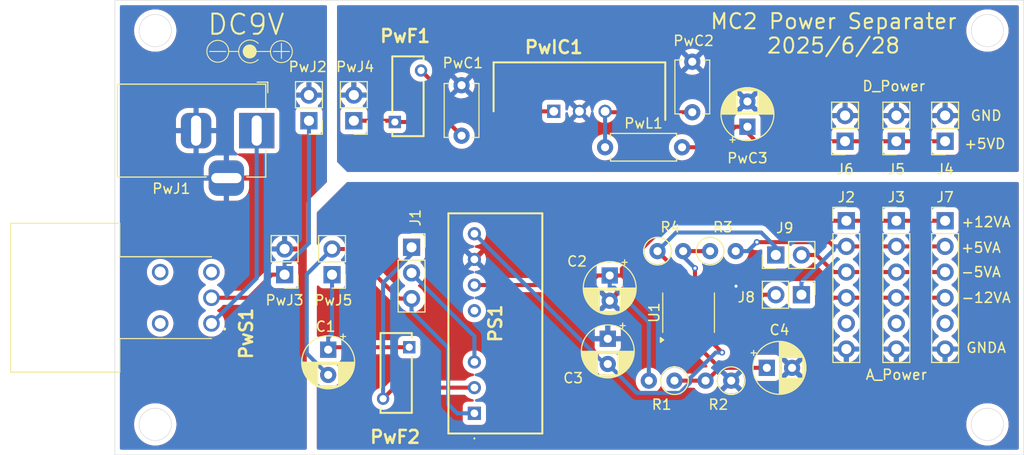
<source format=kicad_pcb>
(kicad_pcb (version 20241229) (generator "pcbnew") (generator_version "9.0")
  (layers (0 "F.Cu" signal) (2 "B.Cu" signal) (13 "F.Paste" user) (15 "B.Paste" user) (5 "F.SilkS" user "F.Silkscreen") (7 "B.SilkS" user "B.Silkscreen") (1 "F.Mask" user) (3 "B.Mask" user) (25 "Edge.Cuts" user))
  (net 0 "")
  (net 1 "Net-(J1-Pin_3)")
  (net 2 "Net-(J1-Pin_1)")
  (net 3 "+12VA")
  (net 4 "GNDA")
  (net 5 "-12VA")
  (net 6 "Net-(U1A-+)")
  (net 7 "Net-(J1-Pin_2)")
  (net 8 "-5VA")
  (net 10 "+5VA")
  (net 12 "GND")
  (net 13 "+5VD")
  (net 15 "Net-(J8-Pin_2)")
  (net 16 "Net-(J9-Pin_1)")
  (net 18 "D+9VPre")
  (net 19 "Net-(PwIC1-VOUT)")
  (net 20 "D+9V")
  (net 21 "ADAPTER GND")
  (net 22 "Net-(PwJ1-Pad1)")
  (net 23 "ADAPTER+9V")
  (net 27 "Net-(U1B--)")
  (net 28 "Net-(PwJ5-Pin_1)")
  (footprint "Capacitor_THT:CP_Radial_D5.0mm_P2.50mm" (layer "F.Cu") (at 114.808 88.517 -90)
    (property "Reference" "C3" (at 3.897 3.429 180) (layer "F.SilkS"))
    (property "Value" "3.3uF/16V LowESR")
    (pad "1" thru_hole rect (at 0 0 270) (size 1.6 1.6) (drill 0.8) (layers "*.Cu" "*.Mask") (net 4 "GNDA"))
    (pad "2" thru_hole circle (at 2.5 0 270) (size 1.6 1.6) (drill 0.8) (layers "*.Cu" "*.Mask") (net 5 "-12VA"))
  )
  (footprint "Connector_BarrelJack:BarrelJack_Horizontal" (layer "F.Cu") (at 80.041 67.9075)
    (property "Reference" "PwJ1" (at -8.45 5.75 0) (layer "F.SilkS"))
    (property "Value" "Barrel_Jack_Switch")
    (pad "1" thru_hole rect (at 0 0) (size 3.5 3.5) (drill oval 1 3) (layers "*.Cu" "*.Mask") (net 22 "Net-(PwJ1-Pad1)"))
    (pad "2" thru_hole roundrect (at -6 0) (size 3 3.5) (drill oval 1 3) (layers "*.Cu" "*.Mask") (net 21 "ADAPTER GND"))
    (pad "3" thru_hole roundrect (at -3 4.7) (size 3.5 3.5) (drill oval 3 1) (layers "*.Cu" "*.Mask") (net 21 "ADAPTER GND"))
  )
  (footprint "Connector_PinHeader_2.54mm:PinHeader_1x02_P2.54mm_Vertical" (layer "F.Cu") (at 85.217 66.929 180)
    (property "Reference" "PwJ2" (at 0.127 5.334 180) (layer "F.SilkS"))
    (property "Value" "Conn_01x02_Pin")
    (pad "1" thru_hole rect (at 0 0 180) (size 1.7 1.7) (drill 1) (layers "*.Cu" "*.Mask") (net 23 "ADAPTER+9V"))
    (pad "2" thru_hole oval (at 0 2.54 180) (size 1.7 1.7) (drill 1) (layers "*.Cu" "*.Mask") (net 21 "ADAPTER GND"))
  )
  (footprint "Capacitor_THT:CP_Radial_D5.0mm_P2.50mm" (layer "F.Cu") (at 130.556 91.398)
    (property "Reference" "C4" (at 1.25 -3.75 0) (layer "F.SilkS"))
    (property "Value" "2.2uF/25V")
    (pad "1" thru_hole rect (at 0 0) (size 1.6 1.6) (drill 0.8) (layers "*.Cu" "*.Mask") (net 6 "Net-(U1A-+)"))
    (pad "2" thru_hole circle (at 2.5 0) (size 1.6 1.6) (drill 0.8) (layers "*.Cu" "*.Mask") (net 4 "GNDA"))
  )
  (footprint "Resistor_THT:R_Axial_DIN0207_L6.3mm_D2.5mm_P2.54mm_Vertical" (layer "F.Cu") (at 127.029 92.668 180)
    (property "Reference" "R2" (at 1.27 -2.37 0) (layer "F.SilkS"))
    (property "Value" "40K")
    (pad "1" thru_hole circle (at 0 0 180) (size 1.6 1.6) (drill 0.8) (layers "*.Cu" "*.Mask") (net 4 "GNDA"))
    (pad "2" thru_hole oval (at 2.54 0 180) (size 1.6 1.6) (drill 0.8) (layers "*.Cu" "*.Mask") (net 6 "Net-(U1A-+)"))
  )
  (footprint "Capacitor_THT:CP_Radial_D5.0mm_P2.50mm" (layer "F.Cu") (at 128.637 67.524 90)
    (property "Reference" "PwC3" (at -3.112888 0 0) (layer "F.SilkS"))
    (property "Value" "470uF/25V")
    (pad "1" thru_hole rect (at 0 0 90) (size 1.6 1.6) (drill 0.8) (layers "*.Cu" "*.Mask") (net 13 "+5VD"))
    (pad "2" thru_hole circle (at 2.5 0 90) (size 1.6 1.6) (drill 0.8) (layers "*.Cu" "*.Mask") (net 12 "GND"))
  )
  (footprint "Connector_PinSocket_2.54mm:PinSocket_1x02_P2.54mm_Vertical" (layer "F.Cu") (at 148.209 68.961 180)
    (property "Reference" "J4" (at 0 -2.77 0) (layer "F.SilkS"))
    (property "Value" "D_Power")
    (pad "1" thru_hole rect (at 0 0 180) (size 1.7 1.7) (drill 1) (layers "*.Cu" "*.Mask") (net 13 "+5VD"))
    (pad "2" thru_hole oval (at 0 2.54 180) (size 1.7 1.7) (drill 1) (layers "*.Cu" "*.Mask") (net 12 "GND"))
  )
  (footprint "Resistor_THT:R_Axial_DIN0207_L6.3mm_D2.5mm_P2.54mm_Vertical" (layer "F.Cu") (at 124.939 79.841)
    (property "Reference" "R3" (at 1.27 -2.37 0) (layer "F.SilkS"))
    (property "Value" "10K")
    (pad "1" thru_hole circle (at 0 0) (size 1.6 1.6) (drill 0.8) (layers "*.Cu" "*.Mask") (net 27 "Net-(U1B--)"))
    (pad "2" thru_hole oval (at 2.54 0) (size 1.6 1.6) (drill 0.8) (layers "*.Cu" "*.Mask") (net 10 "+5VA"))
  )
  (footprint "Connector_PinHeader_2.54mm:PinHeader_1x06_P2.54mm_Vertical" (layer "F.Cu") (at 143.383 76.835)
    (property "Reference" "J3" (at 0 -2.33 0) (layer "F.SilkS"))
    (property "Value" "A_Power")
    (pad "1" thru_hole rect (at 0 0) (size 1.7 1.7) (drill 1) (layers "*.Cu" "*.Mask") (net 3 "+12VA"))
    (pad "2" thru_hole oval (at 0 2.54) (size 1.7 1.7) (drill 1) (layers "*.Cu" "*.Mask") (net 10 "+5VA"))
    (pad "3" thru_hole oval (at 0 5.08) (size 1.7 1.7) (drill 1) (layers "*.Cu" "*.Mask") (net 8 "-5VA"))
    (pad "4" thru_hole oval (at 0 7.62) (size 1.7 1.7) (drill 1) (layers "*.Cu" "*.Mask") (net 5 "-12VA"))
    (pad "5" thru_hole oval (at 0 10.16) (size 1.7 1.7) (drill 1) (layers "*.Cu" "*.Mask"))
    (pad "6" thru_hole oval (at 0 12.7) (size 1.7 1.7) (drill 1) (layers "*.Cu" "*.Mask") (net 4 "GNDA"))
  )
  (footprint "Connector_PinHeader_2.54mm:PinHeader_1x02_P2.54mm_Vertical" (layer "F.Cu") (at 133.985 84.159 -90)
    (property "Reference" "J8" (at 0.254 5.461 0) (layer "F.SilkS"))
    (property "Value" "Conn_01x02")
    (pad "1" thru_hole rect (at 0 0 270) (size 1.7 1.7) (drill 1) (layers "*.Cu" "*.Mask") (net 10 "+5VA"))
    (pad "2" thru_hole oval (at 0 2.54 270) (size 1.7 1.7) (drill 1) (layers "*.Cu" "*.Mask") (net 15 "Net-(J8-Pin_2)"))
  )
  (footprint "Connector_PinHeader_2.54mm:PinHeader_1x06_P2.54mm_Vertical" (layer "F.Cu") (at 138.43 76.835)
    (property "Reference" "J2" (at 0 -2.33 0) (layer "F.SilkS"))
    (property "Value" "A_Power")
    (pad "1" thru_hole rect (at 0 0) (size 1.7 1.7) (drill 1) (layers "*.Cu" "*.Mask") (net 3 "+12VA"))
    (pad "2" thru_hole oval (at 0 2.54) (size 1.7 1.7) (drill 1) (layers "*.Cu" "*.Mask") (net 10 "+5VA"))
    (pad "3" thru_hole oval (at 0 5.08) (size 1.7 1.7) (drill 1) (layers "*.Cu" "*.Mask") (net 8 "-5VA"))
    (pad "4" thru_hole oval (at 0 7.62) (size 1.7 1.7) (drill 1) (layers "*.Cu" "*.Mask") (net 5 "-12VA"))
    (pad "5" thru_hole oval (at 0 10.16) (size 1.7 1.7) (drill 1) (layers "*.Cu" "*.Mask"))
    (pad "6" thru_hole oval (at 0 12.7) (size 1.7 1.7) (drill 1) (layers "*.Cu" "*.Mask") (net 4 "GNDA"))
  )
  (footprint "Capacitor_THT:CP_Radial_D5.0mm_P2.50mm" (layer "F.Cu") (at 87.122 89.5999 -90)
    (property "Reference" "C1" (at -2.286 0.254 180) (layer "F.SilkS"))
    (property "Value" "4.7uF/16V LowESR")
    (pad "1" thru_hole rect (at 0 0 270) (size 1.6 1.6) (drill 0.8) (layers "*.Cu" "*.Mask") (net 28 "Net-(PwJ5-Pin_1)"))
    (pad "2" thru_hole circle (at 2.5 0 270) (size 1.6 1.6) (drill 0.8) (layers "*.Cu" "*.Mask") (net 1 "Net-(J1-Pin_3)"))
  )
  (footprint "Capacitor_THT:C_Disc_D5.1mm_W3.2mm_P5.00mm" (layer "F.Cu") (at 100.33 68.413 90)
    (property "Reference" "PwC1" (at 7.199 0.127 180) (layer "F.SilkS"))
    (property "Value" "10uF")
    (pad "1" thru_hole circle (at 0 0 90) (size 1.6 1.6) (drill 0.8) (layers "*.Cu" "*.Mask") (net 18 "D+9VPre"))
    (pad "2" thru_hole circle (at 5 0 90) (size 1.6 1.6) (drill 0.8) (layers "*.Cu" "*.Mask") (net 12 "GND"))
  )
  (footprint "SamacSys_Parts:MCW0305D12" (layer "F.Cu") (at 101.6 95.9 90)
    (property "Reference" "PS1" (at 8.9 2.075 90) (layer "F.SilkS") (effects (font (size 1.27 1.27) (thickness 0.254))))
    (property "Value" "MCW03-05D12" (hide yes))
    (pad "1" thru_hole rect (at 0 0 90) (size 1.303 1.303) (drill 0.76) (layers "*.Cu" "*.Mask") (net 1 "Net-(J1-Pin_3)"))
    (pad "2" thru_hole circle (at 2.54 0 90) (size 1.303 1.303) (drill 0.76) (layers "*.Cu" "*.Mask") (net 2 "Net-(J1-Pin_1)"))
    (pad "3" thru_hole circle (at 5.08 0 90) (size 1.303 1.303) (drill 0.76) (layers "*.Cu" "*.Mask") (net 7 "Net-(J1-Pin_2)"))
    (pad "5" thru_hole circle (at 10.16 0 90) (size 1.303 1.303) (drill 0.76) (layers "*.Cu" "*.Mask"))
    (pad "6" thru_hole circle (at 12.7 0 90) (size 1.303 1.303) (drill 0.76) (layers "*.Cu" "*.Mask") (net 3 "+12VA"))
    (pad "7" thru_hole circle (at 15.24 0 90) (size 1.303 1.303) (drill 0.76) (layers "*.Cu" "*.Mask") (net 4 "GNDA"))
    (pad "8" thru_hole circle (at 17.78 0 90) (size 1.303 1.303) (drill 0.76) (layers "*.Cu" "*.Mask") (net 5 "-12VA"))
  )
  (footprint "Capacitor_THT:CP_Radial_D5.0mm_P2.50mm" (layer "F.Cu") (at 114.9999 82.254 -90)
    (property "Reference" "C2" (at -1.397 3.239888 180) (layer "F.SilkS"))
    (property "Value" "3.3uF/16V LowESR")
    (pad "1" thru_hole rect (at 0 0 270) (size 1.6 1.6) (drill 0.8) (layers "*.Cu" "*.Mask") (net 3 "+12VA"))
    (pad "2" thru_hole circle (at 2.5 0 270) (size 1.6 1.6) (drill 0.8) (layers "*.Cu" "*.Mask") (net 4 "GNDA"))
  )
  (footprint "Connector_PinSocket_2.54mm:PinSocket_1x02_P2.54mm_Vertical" (layer "F.Cu") (at 138.303 68.961 180)
    (property "Reference" "J6" (at 0 -2.77 0) (layer "F.SilkS"))
    (property "Value" "D_Power")
    (pad "1" thru_hole rect (at 0 0 180) (size 1.7 1.7) (drill 1) (layers "*.Cu" "*.Mask") (net 13 "+5VD"))
    (pad "2" thru_hole oval (at 0 2.54 180) (size 1.7 1.7) (drill 1) (layers "*.Cu" "*.Mask") (net 12 "GND"))
  )
  (footprint "Connector_PinHeader_2.54mm:PinHeader_1x02_P2.54mm_Vertical" (layer "F.Cu") (at 131.445 80.222 90)
    (property "Reference" "J9" (at 2.667 0.889 180) (layer "F.SilkS"))
    (property "Value" "Conn_01x02")
    (pad "1" thru_hole rect (at 0 0 90) (size 1.7 1.7) (drill 1) (layers "*.Cu" "*.Mask") (net 16 "Net-(J9-Pin_1)"))
    (pad "2" thru_hole oval (at 0 2.54 90) (size 1.7 1.7) (drill 1) (layers "*.Cu" "*.Mask") (net 8 "-5VA"))
  )
  (footprint "SamacSys_Parts:MFR050" (layer "F.Cu") (at 95.148 89.356 -90)
    (property "Reference" "PwF2" (at 8.89 1.397 180) (layer "F.SilkS") (effects (font (size 1.27 1.27) (thickness 0.254))))
    (property "Value" "MF-R050" (hide yes))
    (pad "1" thru_hole rect (at 0 0 270) (size 1.217 1.217) (drill 0.71) (layers "*.Cu" "*.Mask") (net 28 "Net-(PwJ5-Pin_1)"))
    (pad "2" thru_hole circle (at 5.1 2.59 270) (size 1.217 1.217) (drill 0.71) (layers "*.Cu" "*.Mask") (net 2 "Net-(J1-Pin_1)"))
  )
  (footprint "Connector_PinHeader_2.54mm:PinHeader_1x06_P2.54mm_Vertical" (layer "F.Cu") (at 148.209 76.835)
    (property "Reference" "J7" (at 0 -2.33 0) (layer "F.SilkS"))
    (property "Value" "A_Power")
    (pad "1" thru_hole rect (at 0 0) (size 1.7 1.7) (drill 1) (layers "*.Cu" "*.Mask") (net 3 "+12VA"))
    (pad "2" thru_hole oval (at 0 2.54) (size 1.7 1.7) (drill 1) (layers "*.Cu" "*.Mask") (net 10 "+5VA"))
    (pad "3" thru_hole oval (at 0 5.08) (size 1.7 1.7) (drill 1) (layers "*.Cu" "*.Mask") (net 8 "-5VA"))
    (pad "4" thru_hole oval (at 0 7.62) (size 1.7 1.7) (drill 1) (layers "*.Cu" "*.Mask") (net 5 "-12VA"))
    (pad "5" thru_hole oval (at 0 10.16) (size 1.7 1.7) (drill 1) (layers "*.Cu" "*.Mask"))
    (pad "6" thru_hole oval (at 0 12.7) (size 1.7 1.7) (drill 1) (layers "*.Cu" "*.Mask") (net 4 "GNDA"))
  )
  (footprint "SamacSys_Parts:MFR050" (layer "F.Cu") (at 93.726 67.056 90)
    (property "Reference" "PwF1" (at 8.509 1.016 0) (layer "F.SilkS") (effects (font (size 1.27 1.27) (thickness 0.254))))
    (property "Value" "MF-R050" (hide yes))
    (pad "1" thru_hole rect (at 0 0 90) (size 1.217 1.217) (drill 0.71) (layers "*.Cu" "*.Mask") (net 18 "D+9VPre"))
    (pad "2" thru_hole circle (at 5.1 2.59 90) (size 1.217 1.217) (drill 0.71) (layers "*.Cu" "*.Mask") (net 20 "D+9V"))
  )
  (footprint "Connector_PinHeader_2.54mm:PinHeader_1x02_P2.54mm_Vertical" (layer "F.Cu") (at 87.503 82.174 180)
    (property "Reference" "PwJ5" (at -0.127 -2.54 0) (layer "F.SilkS"))
    (property "Value" "Conn_01x02_Pin")
    (pad "1" thru_hole rect (at 0 0 180) (size 1.7 1.7) (drill 1) (layers "*.Cu" "*.Mask") (net 28 "Net-(PwJ5-Pin_1)"))
    (pad "2" thru_hole oval (at 0 2.54 180) (size 1.7 1.7) (drill 1) (layers "*.Cu" "*.Mask") (net 1 "Net-(J1-Pin_3)"))
  )
  (footprint "SamacSys_Parts:4MS1R202M6QES" (layer "F.Cu") (at 75.565 87 -90)
    (property "Reference" "PwS1" (at 1 -3.435 90) (layer "F.SilkS") (effects (font (size 1.27 1.27) (thickness 0.254))))
    (property "Value" "4MS1R202M6QES" (hide yes))
    (pad "1" thru_hole circle (at 0 0 270) (size 1.635 1.635) (drill 1.09) (layers "*.Cu" "*.Mask") (net 22 "Net-(PwJ1-Pad1)"))
    (pad "2" thru_hole circle (at -2.54 0 270) (size 1.635 1.635) (drill 1.09) (layers "*.Cu" "*.Mask") (net 23 "ADAPTER+9V"))
    (pad "3" thru_hole circle (at -5.08 0 270) (size 1.635 1.635) (drill 1.09) (layers "*.Cu" "*.Mask"))
    (pad "4" thru_hole circle (at -5.08 5.08 270) (size 1.635 1.635) (drill 1.09) (layers "*.Cu" "*.Mask"))
    (pad "5" thru_hole circle (at 0 5.08 270) (size 1.635 1.635) (drill 1.09) (layers "*.Cu" "*.Mask"))
  )
  (footprint "Resistor_THT:R_Axial_DIN0207_L6.3mm_D2.5mm_P7.62mm_Horizontal" (layer "F.Cu") (at 114.54 69.556)
    (property "Reference" "PwL1" (at 3.81 -2.37 0) (layer "F.SilkS"))
    (property "Value" "4.7uh/0.5A")
    (pad "1" thru_hole circle (at 0 0) (size 1.6 1.6) (drill 0.8) (layers "*.Cu" "*.Mask") (net 19 "Net-(PwIC1-VOUT)"))
    (pad "2" thru_hole oval (at 7.62 0) (size 1.6 1.6) (drill 0.8) (layers "*.Cu" "*.Mask") (net 13 "+5VD"))
  )
  (footprint "Connector_PinSocket_2.54mm:PinSocket_1x03_P2.54mm_Vertical" (layer "F.Cu") (at 95.377 79.46)
    (property "Reference" "J1" (at 0.381 -2.921 90) (layer "F.SilkS"))
    (property "Value" "RemoteOnOff")
    (pad "1" thru_hole rect (at 0 0) (size 1.7 1.7) (drill 1) (layers "*.Cu" "*.Mask") (net 2 "Net-(J1-Pin_1)"))
    (pad "2" thru_hole oval (at 0 2.54) (size 1.7 1.7) (drill 1) (layers "*.Cu" "*.Mask") (net 7 "Net-(J1-Pin_2)"))
    (pad "3" thru_hole oval (at 0 5.08) (size 1.7 1.7) (drill 1) (layers "*.Cu" "*.Mask") (net 1 "Net-(J1-Pin_3)"))
  )
  (footprint "Package_SO:SOIC-8_3.9x4.9mm_P1.27mm" (layer "F.Cu") (at 122.809 85.937 90)
    (property "Reference" "U1" (at 0 -3.4 90) (layer "F.SilkS"))
    (property "Value" "Opamp_Dual")
    (pad "1" smd roundrect (at -2.475 -1.905 90) (size 1.95 0.6) (layers "F.Cu" "F.Mask" "F.Paste") (net 15 "Net-(J8-Pin_2)"))
    (pad "2" smd roundrect (at -2.475 -0.635 90) (size 1.95 0.6) (layers "F.Cu" "F.Mask" "F.Paste") (net 15 "Net-(J8-Pin_2)"))
    (pad "3" smd roundrect (at -2.475 0.635 90) (size 1.95 0.6) (layers "F.Cu" "F.Mask" "F.Paste") (net 6 "Net-(U1A-+)"))
    (pad "4" smd roundrect (at -2.475 1.905 90) (size 1.95 0.6) (layers "F.Cu" "F.Mask" "F.Paste") (net 5 "-12VA"))
    (pad "5" smd roundrect (at 2.475 1.905 90) (size 1.95 0.6) (layers "F.Cu" "F.Mask" "F.Paste") (net 4 "GNDA"))
    (pad "6" smd roundrect (at 2.475 0.635 90) (size 1.95 0.6) (layers "F.Cu" "F.Mask" "F.Paste") (net 27 "Net-(U1B--)"))
    (pad "7" smd roundrect (at 2.475 -0.635 90) (size 1.95 0.6) (layers "F.Cu" "F.Mask" "F.Paste") (net 16 "Net-(J9-Pin_1)"))
    (pad "8" smd roundrect (at 2.475 -1.905 90) (size 1.95 0.6) (layers "F.Cu" "F.Mask" "F.Paste") (net 3 "+12VA"))
  )
  (footprint "Resistor_THT:R_Axial_DIN0207_L6.3mm_D2.5mm_P2.54mm_Vertical" (layer "F.Cu") (at 121.412 92.668 180)
    (property "Reference" "R1" (at 1.27 -2.37 0) (layer "F.SilkS"))
    (property "Value" "56K")
    (pad "1" thru_hole circle (at 0 0 180) (size 1.6 1.6) (drill 0.8) (layers "*.Cu" "*.Mask") (net 6 "Net-(U1A-+)"))
    (pad "2" thru_hole oval (at 2.54 0 180) (size 1.6 1.6) (drill 0.8) (layers "*.Cu" "*.Mask") (net 3 "+12VA"))
  )
  (footprint "Connector_PinSocket_2.54mm:PinSocket_1x02_P2.54mm_Vertical" (layer "F.Cu") (at 143.383 68.961 180)
    (property "Reference" "J5" (at 0 -2.77 0) (layer "F.SilkS"))
    (property "Value" "D_Power")
    (pad "1" thru_hole rect (at 0 0 180) (size 1.7 1.7) (drill 1) (layers "*.Cu" "*.Mask") (net 13 "+5VD"))
    (pad "2" thru_hole oval (at 0 2.54 180) (size 1.7 1.7) (drill 1) (layers "*.Cu" "*.Mask") (net 12 "GND"))
  )
  (footprint "Resistor_THT:R_Axial_DIN0207_L6.3mm_D2.5mm_P2.54mm_Vertical" (layer "F.Cu") (at 119.732 79.841)
    (property "Reference" "R4" (at 1.27 -2.37 0) (layer "F.SilkS"))
    (property "Value" "10K")
    (pad "1" thru_hole circle (at 0 0) (size 1.6 1.6) (drill 0.8) (layers "*.Cu" "*.Mask") (net 16 "Net-(J9-Pin_1)"))
    (pad "2" thru_hole oval (at 2.54 0) (size 1.6 1.6) (drill 0.8) (layers "*.Cu" "*.Mask") (net 27 "Net-(U1B--)"))
  )
  (footprint "Capacitor_THT:C_Disc_D5.1mm_W3.2mm_P5.00mm" (layer "F.Cu") (at 123.176 66.087 90)
    (property "Reference" "PwC2" (at 7.072 0.127 180) (layer "F.SilkS"))
    (property "Value" "10uF")
    (pad "1" thru_hole circle (at 0 0 90) (size 1.6 1.6) (drill 0.8) (layers "*.Cu" "*.Mask") (net 19 "Net-(PwIC1-VOUT)"))
    (pad "2" thru_hole circle (at 5 0 90) (size 1.6 1.6) (drill 0.8) (layers "*.Cu" "*.Mask") (net 12 "GND"))
  )
  (footprint "Connector_PinHeader_2.54mm:PinHeader_1x02_P2.54mm_Vertical" (layer "F.Cu") (at 89.662 66.929 180)
    (property "Reference" "PwJ4" (at -0.127 5.334 0) (layer "F.SilkS"))
    (property "Value" "Conn_01x02_Pin")
    (pad "1" thru_hole rect (at 0 0 180) (size 1.7 1.7) (drill 1) (layers "*.Cu" "*.Mask") (net 18 "D+9VPre"))
    (pad "2" thru_hole oval (at 0 2.54 180) (size 1.7 1.7) (drill 1) (layers "*.Cu" "*.Mask") (net 12 "GND"))
  )
  (footprint "SamacSys_Parts:TO254P570X1700X1780-3P" (layer "F.Cu") (at 109.46 66)
    (property "Reference" "PwIC1" (at 0 -6.35 0) (layer "F.SilkS") (effects (font (size 1.27 1.27) (thickness 0.254))))
    (property "Value" "BP5293-50" (hide yes))
    (pad "1" thru_hole rect (at 0 0) (size 1.305 1.305) (drill 0.87) (layers "*.Cu" "*.Mask") (net 20 "D+9V"))
    (pad "2" thru_hole circle (at 2.54 0) (size 1.305 1.305) (drill 0.87) (layers "*.Cu" "*.Mask") (net 12 "GND"))
    (pad "3" thru_hole circle (at 5.08 0) (size 1.305 1.305) (drill 0.87) (layers "*.Cu" "*.Mask") (net 19 "Net-(PwIC1-VOUT)"))
  )
  (footprint "Connector_PinHeader_2.54mm:PinHeader_1x02_P2.54mm_Vertical" (layer "F.Cu") (at 82.804 82.169 180)
    (property "Reference" "PwJ3" (at 0 -2.535 0) (layer "F.SilkS"))
    (property "Value" "Conn_01x02_Pin")
    (pad "1" thru_hole rect (at 0 0 180) (size 1.7 1.7) (drill 1) (layers "*.Cu" "*.Mask") (net 23 "ADAPTER+9V"))
    (pad "2" thru_hole oval (at 0 2.54 180) (size 1.7 1.7) (drill 1) (layers "*.Cu" "*.Mask") (net 21 "ADAPTER GND"))
  )
  (gr_line (start 83.288665 60.071) (end 81.688665 60.071) (stroke (width 0.1)) (layer "F.SilkS"))
  (gr_line (start 82.488665 59.271) (end 82.488665 60.771) (stroke (width 0.1)) (layer "F.SilkS"))
  (gr_line (start 76.988665 60.071) (end 75.388665 60.071) (stroke (width 0.1)) (layer "F.SilkS"))
  (gr_circle (center 76.188665 60.052665) (end 77.088665 60.652665) (stroke (width 0.1)) (fill no) (layer "F.SilkS"))
  (gr_line (start 77.27033 60.071) (end 78.257296 60.071) (stroke (width 0.1)) (layer "F.SilkS"))
  (gr_arc (start 80.188664 60.870999) (mid 78.257296 60.071) (end 80.188664 59.271001) (stroke (width 0.1)) (layer "F.SilkS"))
  (gr_line (start 81.407 60.071) (end 79.988665 60.071) (stroke (width 0.1)) (layer "F.SilkS"))
  (gr_circle (center 82.488665 60.089335) (end 83.388665 60.689335) (stroke (width 0.1)) (fill no) (layer "F.SilkS"))
  (gr_circle (center 79.348353 60.071) (end 79.988665 60.071) (stroke (width 0.1)) (fill yes) (layer "F.SilkS"))
  (gr_circle (center 152.4 97) (end 154 97) (stroke (width 0.05)) (fill no) (layer "Edge.Cuts"))
  (gr_line (start 66 55) (end 156 55) (stroke (width 0.05)) (layer "Edge.Cuts"))
  (gr_line (start 66 100) (end 156 100) (stroke (width 0.05)) (layer "Edge.Cuts"))
  (gr_line (start 156 55) (end 156 100) (stroke (width 0.05)) (layer "Edge.Cuts"))
  (gr_line (start 66 55) (end 66 100) (stroke (width 0.05)) (layer "Edge.Cuts"))
  (gr_circle (center 152.4 58) (end 154 58) (stroke (width 0.05)) (fill no) (layer "Edge.Cuts"))
  (gr_circle (center 70 97) (end 71.6 97) (stroke (width 0.05)) (fill no) (layer "Edge.Cuts"))
  (gr_circle (center 70 58) (end 71.6 58) (stroke (width 0.05)) (fill no) (layer "Edge.Cuts"))
  (gr_text "-12VA" (at 152.273 84.455 0) (layer "F.SilkS") (effects (font (size 1 1))))
  (gr_text "MC2 Power Separater\n2025/6/28" (at 137.16 58.293 0) (layer "F.SilkS") (effects (font (size 1.5 1.5) (thickness 0.2))))
  (gr_text "DC9V" (at 78.994 57.404 0) (layer "F.SilkS") (effects (font (size 2 2) (thickness 0.2))))
  (gr_text "+12VA" (at 152.273 76.962 0) (layer "F.SilkS") (effects (font (size 1 1))))
  (gr_text "A_Power" (at 143.383 92.075 0) (layer "F.SilkS") (effects (font (size 1 1))))
  (gr_text "-5VA" (at 151.765 81.915 0) (layer "F.SilkS") (effects (font (size 1 1))))
  (gr_text "GNDA" (at 152.273 89.408 0) (layer "F.SilkS") (effects (font (size 1 1))))
  (gr_text "+5VD" (at 152.146 69.215 0) (layer "F.SilkS") (effects (font (size 1 1))))
  (gr_text "D_Power" (at 143.129 63.5 0) (layer "F.SilkS") (effects (font (size 1 1))))
  (gr_text "GND" (at 152.273 66.421 0) (layer "F.SilkS") (effects (font (size 1 1))))
  (gr_text "+5VA" (at 151.765 79.502 0) (layer "F.SilkS") (effects (font (size 1 1))))
  (segment (start 94.1253 84.54) (end 89.2193 79.634) (width 0.4) (layer "F.Cu") (net 1))
  (segment (start 95.377 84.54) (end 94.1253 84.54) (width 0.4) (layer "F.Cu") (net 1))
  (segment (start 89.2193 79.634) (end 87.503 79.634) (width 0.4) (layer "F.Cu") (net 1))
  (segment (start 95.377 84.54) (end 95.377 85.7917) (width 0.4) (layer "B.Cu") (net 1))
  (segment (start 85 82.137) (end 87.503 79.634) (width 0.4) (layer "B.Cu") (net 1))
  (segment (start 99.9 95.9) (end 101.6 95.9) (width 0.4) (layer "B.Cu") (net 1))
  (segment (start 95.377 85.7917) (end 99 89.4147) (width 0.4) (layer "B.Cu") (net 1))
  (segment (start 99 95) (end 99.9 95.9) (width 0.4) (layer "B.Cu") (net 1))
  (segment (start 85 89.9779) (end 85 82.137) (width 0.4) (layer "B.Cu") (net 1))
  (segment (start 87.122 92.0999) (end 85 89.9779) (width 0.4) (layer "B.Cu") (net 1))
  (segment (start 99 89.4147) (end 99 95) (width 0.4) (layer "B.Cu") (net 1))
  (segment (start 93.654 93.36) (end 92.558 94.456) (width 0.4) (layer "F.Cu") (net 2))
  (segment (start 101.6 93.36) (end 93.654 93.36) (width 0.4) (layer "F.Cu") (net 2))
  (segment (start 95.377 80.1641) (end 92.558 82.9831) (width 0.4) (layer "B.Cu") (net 2))
  (segment (start 92.558 82.9831) (end 92.558 94.456) (width 0.4) (layer "B.Cu") (net 2))
  (segment (start 95.377 79.46) (end 95.377 80.1641) (width 0.4) (layer "B.Cu") (net 2))
  (segment (start 117.4096 83.462) (end 116.2016 82.254) (width 0.4) (layer "F.Cu") (net 3))
  (segment (start 120.904 83.462) (end 117.4096 83.462) (width 0.4) (layer "F.Cu") (net 3))
  (segment (start 116.2016 81.5967) (end 116.2016 82.254) (width 0.4) (layer "F.Cu") (net 3))
  (segment (start 138.43 76.835) (end 120.9633 76.835) (width 0.4) (layer "F.Cu") (net 3))
  (segment (start 120.9633 76.835) (end 116.2016 81.5967) (width 0.4) (layer "F.Cu") (net 3))
  (segment (start 112.8522 83.2) (end 113.7982 82.254) (width 0.4) (layer "F.Cu") (net 3))
  (segment (start 101.6 83.2) (end 112.8522 83.2) (width 0.4) (layer "F.Cu") (net 3))
  (segment (start 143.383 76.835) (end 138.43 76.835) (width 0.4) (layer "F.Cu") (net 3))
  (segment (start 114.9999 82.254) (end 116.2016 82.254) (width 0.4) (layer "F.Cu") (net 3))
  (segment (start 148.209 76.835) (end 143.383 76.835) (width 0.4) (layer "F.Cu") (net 3))
  (segment (start 114.9999 82.254) (end 113.7982 82.254) (width 0.4) (layer "F.Cu") (net 3))
  (segment (start 118.872 92.668) (end 118.872 86.8772) (width 0.4) (layer "B.Cu") (net 3))
  (segment (start 118.872 86.8772) (end 115.4505 83.4557) (width 0.4) (layer "B.Cu") (net 3))
  (segment (start 115.4505 83.4557) (end 114.9999 83.4557) (width 0.4) (layer "B.Cu") (net 3))
  (segment (start 114.9999 82.254) (end 114.9999 83.4557) (width 0.4) (layer "B.Cu") (net 3))
  (via (at 127.508 83.312) (size 0.6) (drill 0.3) (layers "F.Cu" "B.Cu") (net 4))
  (segment (start 126.1267 89.8814) (end 124.714 88.4687) (width 0.4) (layer "F.Cu") (net 5))
  (segment (start 138.43 84.455) (end 143.383 84.455) (width 0.4) (layer "F.Cu") (net 5))
  (segment (start 124.714 88.412) (end 133.2213 88.412) (width 0.4) (layer "F.Cu") (net 5))
  (segment (start 138.43 84.455) (end 137.1783 84.455) (width 0.4) (layer "F.Cu") (net 5))
  (segment (start 143.383 84.455) (end 148.209 84.455) (width 0.4) (layer "F.Cu") (net 5))
  (segment (start 124.714 88.4687) (end 124.714 88.412) (width 0.4) (layer "F.Cu") (net 5))
  (segment (start 133.2213 88.412) (end 137.1783 84.455) (width 0.4) (layer "F.Cu") (net 5))
  (via (at 126.1267 89.8814) (size 0.6) (drill 0.3) (layers "F.Cu" "B.Cu") (net 5))
  (segment (start 125.4997 89.8814) (end 126.1267 89.8814) (width 0.4) (layer "B.Cu") (net 5))
  (segment (start 117.6704 93.8794) (end 121.9394 93.8794) (width 0.4) (layer "B.Cu") (net 5))
  (segment (start 122.9505 92.4306) (end 125.4997 89.8814) (width 0.4) (layer "B.Cu") (net 5))
  (segment (start 101.6 78.12) (end 114.497 91.017) (width 0.4) (layer "B.Cu") (net 5))
  (segment (start 114.808 91.017) (end 117.6704 93.8794) (width 0.4) (layer "B.Cu") (net 5))
  (segment (start 114.497 91.017) (end 114.808 91.017) (width 0.4) (layer "B.Cu") (net 5))
  (segment (start 122.9505 92.8683) (end 122.9505 92.4306) (width 0.4) (layer "B.Cu") (net 5))
  (segment (start 121.9394 93.8794) (end 122.9505 92.8683) (width 0.4) (layer "B.Cu") (net 5))
  (segment (start 123.444 88.412) (end 123.444 88.9696) (width 0.4) (layer "F.Cu") (net 6))
  (segment (start 124.6024 92.668) (end 124.489 92.668) (width 0.4) (layer "F.Cu") (net 6))
  (segment (start 130.556 91.398) (end 126.5872 91.398) (width 0.4) (layer "F.Cu") (net 6))
  (segment (start 123.444 88.9696) (end 125.8724 91.398) (width 0.4) (layer "F.Cu") (net 6))
  (segment (start 126.5045 91.398) (end 126.5872 91.398) (width 0.4) (layer "F.Cu") (net 6))
  (segment (start 125.8724 91.398) (end 124.6024 92.668) (width 0.4) (layer "F.Cu") (net 6))
  (segment (start 125.8724 91.398) (end 126.5045 91.398) (width 0.4) (layer "F.Cu") (net 6))
  (segment (start 121.412 92.668) (end 124.489 92.668) (width 0.4) (layer "F.Cu") (net 6))
  (segment (start 101.6 90.82) (end 101.6 88.278) (width 0.4) (layer "B.Cu") (net 7))
  (segment (start 95.377 82.055) (end 95.377 82) (width 0.4) (layer "B.Cu") (net 7))
  (segment (start 101.6 88.278) (end 95.377 82.055) (width 0.4) (layer "B.Cu") (net 7))
  (segment (start 133.985 80.222) (end 135.4853 80.222) (width 0.4) (layer "F.Cu") (net 8))
  (segment (start 138.43 81.915) (end 137.1783 81.915) (width 0.4) (layer "F.Cu") (net 8))
  (segment (start 148.209 81.915) (end 143.383 81.915) (width 0.4) (layer "F.Cu") (net 8))
  (segment (start 138.43 81.915) (end 143.383 81.915) (width 0.4) (layer "F.Cu") (net 8))
  (segment (start 135.4853 80.222) (end 137.1783 81.915) (width 0.4) (layer "F.Cu") (net 8))
  (segment (start 138.43 79.375) (end 137.1783 79.375) (width 0.4) (layer "F.Cu") (net 10))
  (segment (start 136.7551 78.9518) (end 137.1783 79.375) (width 0.4) (layer "F.Cu") (net 10))
  (segment (start 129.5699 78.9518) (end 136.7551 78.9518) (width 0.4) (layer "F.Cu") (net 10))
  (segment (start 138.43 79.375) (end 143.383 79.375) (width 0.4) (layer "F.Cu") (net 10))
  (segment (start 143.383 79.375) (end 148.209 79.375) (width 0.4) (layer "F.Cu") (net 10))
  (via (at 129.5699 78.9518) (size 0.6) (drill 0.3) (layers "F.Cu" "B.Cu") (net 10))
  (segment (start 138.43 79.375) (end 137.1783 79.375) (width 0.4) (layer "B.Cu") (net 10))
  (segment (start 133.985 82.9073) (end 137.1783 79.714) (width 0.4) (layer "B.Cu") (net 10))
  (segment (start 137.1783 79.714) (end 137.1783 79.375) (width 0.4) (layer "B.Cu") (net 10))
  (segment (start 133.985 84.159) (end 133.985 82.9073) (width 0.4) (layer "B.Cu") (net 10))
  (segment (start 129.5699 78.9518) (end 128.6807 79.841) (width 0.4) (layer "B.Cu") (net 10))
  (segment (start 128.6807 79.841) (end 127.479 79.841) (width 0.4) (layer "B.Cu") (net 10))
  (segment (start 128.0362 67.524) (end 127.4353 67.524) (width 0.4) (layer "F.Cu") (net 13))
  (segment (start 128.0362 67.524) (end 129.4732 68.961) (width 0.4) (layer "F.Cu") (net 13))
  (segment (start 129.4732 68.961) (end 138.303 68.961) (width 0.4) (layer "F.Cu") (net 13))
  (segment (start 127.4353 67.524) (end 125.4033 69.556) (width 0.4) (layer "F.Cu") (net 13))
  (segment (start 143.383 68.961) (end 148.209 68.961) (width 0.4) (layer "F.Cu") (net 13))
  (segment (start 143.383 68.961) (end 138.303 68.961) (width 0.4) (layer "F.Cu") (net 13))
  (segment (start 128.637 67.524) (end 128.0362 67.524) (width 0.4) (layer "F.Cu") (net 13))
  (segment (start 125.4033 69.556) (end 122.16 69.556) (width 0.4) (layer "F.Cu") (net 13))
  (segment (start 120.904 87.8756) (end 123.7355 85.0441) (width 0.4) (layer "F.Cu") (net 15))
  (segment (start 120.904 88.412) (end 120.904 87.8756) (width 0.4) (layer "F.Cu") (net 15))
  (segment (start 123.7355 85.0441) (end 129.3082 85.0441) (width 0.4) (layer "F.Cu") (net 15))
  (segment (start 131.445 84.159) (end 130.1933 84.159) (width 0.4) (layer "F.Cu") (net 15))
  (segment (start 122.174 88.412) (end 120.904 88.412) (width 0.4) (layer "F.Cu") (net 15))
  (segment (start 129.3082 85.0441) (end 130.1933 84.159) (width 0.4) (layer "F.Cu") (net 15))
  (segment (start 122.174 83.462) (end 122.1402 83.4282) (width 0.4) (layer "F.Cu") (net 16))
  (segment (start 122.1402 82.2492) (end 119.732 79.841) (width 0.4) (layer "F.Cu") (net 16))
  (segment (start 122.1402 83.4282) (end 122.1402 82.2492) (width 0.4) (layer "F.Cu") (net 16))
  (segment (start 130 78) (end 121.573 78) (width 0.4) (layer "B.Cu") (net 16))
  (segment (start 121.573 78) (end 119.732 79.841) (width 0.4) (layer "B.Cu") (net 16))
  (segment (start 131.445 79.445) (end 130 78) (width 0.4) (layer "B.Cu") (net 16))
  (segment (start 131.445 80.222) (end 131.445 79.445) (width 0.4) (layer "B.Cu") (net 16))
  (segment (start 93.726 67.056) (end 98.973 67.056) (width 0.4) (layer "F.Cu") (net 18))
  (segment (start 93.599 66.929) (end 93.726 67.056) (width 0.4) (layer "F.Cu") (net 18))
  (segment (start 89.662 66.929) (end 93.599 66.929) (width 0.4) (layer "F.Cu") (net 18))
  (segment (start 98.973 67.056) (end 100.33 68.413) (width 0.4) (layer "F.Cu") (net 18))
  (segment (start 123.176 66.087) (end 114.627 66.087) (width 0.4) (layer "F.Cu") (net 19))
  (segment (start 114.627 66.087) (end 114.54 66) (width 0.4) (layer "F.Cu") (net 19))
  (segment (start 114.54 66) (end 114.54 69.556) (width 0.4) (layer "B.Cu") (net 19))
  (segment (start 109.46 66) (end 100.36 66) (width 0.4) (layer "F.Cu") (net 20))
  (segment (start 100.36 66) (end 96.316 61.956) (width 0.4) (layer "F.Cu") (net 20))
  (segment (start 80.041 82.524) (end 80.041 67.9075) (width 0.4) (layer "B.Cu") (net 22))
  (segment (start 75.565 87) (end 80.041 82.524) (width 0.4) (layer "B.Cu") (net 22))
  (segment (start 82.804 82.169) (end 81.5523 82.169) (width 0.4) (layer "F.Cu") (net 23))
  (segment (start 75.565 84.46) (end 79.2613 84.46) (width 0.4) (layer "F.Cu") (net 23))
  (segment (start 79.2613 84.46) (end 81.5523 82.169) (width 0.4) (layer "F.Cu") (net 23))
  (segment (start 82.804 82.169) (end 82.804 80.9173) (width 0.4) (layer "B.Cu") (net 23))
  (segment (start 82.804 80.9173) (end 83.3516 80.9173) (width 0.4) (layer "B.Cu") (net 23))
  (segment (start 85.217 79.0519) (end 85.217 66.929) (width 0.4) (layer "B.Cu") (net 23))
  (segment (start 83.3516 80.9173) (end 85.217 79.0519) (width 0.4) (layer "B.Cu") (net 23))
  (segment (start 122.272 79.841) (end 124.939 79.841) (width 0.4) (layer "F.Cu") (net 27))
  (segment (start 123.444 81.534) (end 123.444 83.462) (width 0.4) (layer "F.Cu") (net 27))
  (via (at 123.444 81.534) (size 0.6) (drill 0.3) (layers "F.Cu" "B.Cu") (net 27))
  (segment (start 123.444 81.534) (end 122.272 80.362) (width 0.4) (layer "B.Cu") (net 27))
  (segment (start 122.272 80.362) (end 122.272 79.841) (width 0.4) (layer "B.Cu") (net 27))
  (segment (start 87.3659 89.356) (end 87.122 89.5999) (width 0.4) (layer "F.Cu") (net 28))
  (segment (start 95.148 89.356) (end 87.3659 89.356) (width 0.4) (layer "F.Cu") (net 28))
  (segment (start 87.503 88.0172) (end 87.122 88.3982) (width 0.4) (layer "B.Cu") (net 28))
  (segment (start 87.503 82.174) (end 87.503 88.0172) (width 0.4) (layer "B.Cu") (net 28))
  (segment (start 87.122 89.5999) (end 87.122 88.3982) (width 0.4) (layer "B.Cu") (net 28))
  (zone (net 4) (net_name "GNDA") (layers "F.Cu" "B.Cu") (priority 1) (connect_pads (clearance 0.5)) (min_thickness 0.25) (fill yes (thermal_gap 0.5) (thermal_bridge_width 0.5))
    (polygon (pts (xy 86 76) (xy 86 100) (xy 156 100) (xy 156 73) (xy 89 73)))
  )
  (zone (net 21) (net_name "ADAPTER GND") (layers "F.Cu" "B.Cu") (connect_pads (clearance 0.5)) (min_thickness 0.25) (fill yes (thermal_gap 0.5) (thermal_bridge_width 0.5))
    (polygon (pts (xy 66 55) (xy 87 55) (xy 87 73) (xy 85 75) (xy 85 100) (xy 66 100)))
  )
  (zone (net 12) (net_name "GND") (layers "F.Cu" "B.Cu") (priority 2) (connect_pads (clearance 0.5)) (min_thickness 0.25) (fill yes (thermal_gap 0.5) (thermal_bridge_width 0.5))
    (polygon (pts (xy 88 55) (xy 88 71) (xy 89 72) (xy 156 72) (xy 156 55)))
  )
)
</source>
